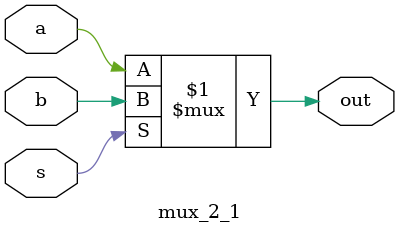
<source format=v>

module mux_2_1(a,b,s,out);
input a,b,s;
output out;

assign out = s? b:a ;

endmodule

</source>
